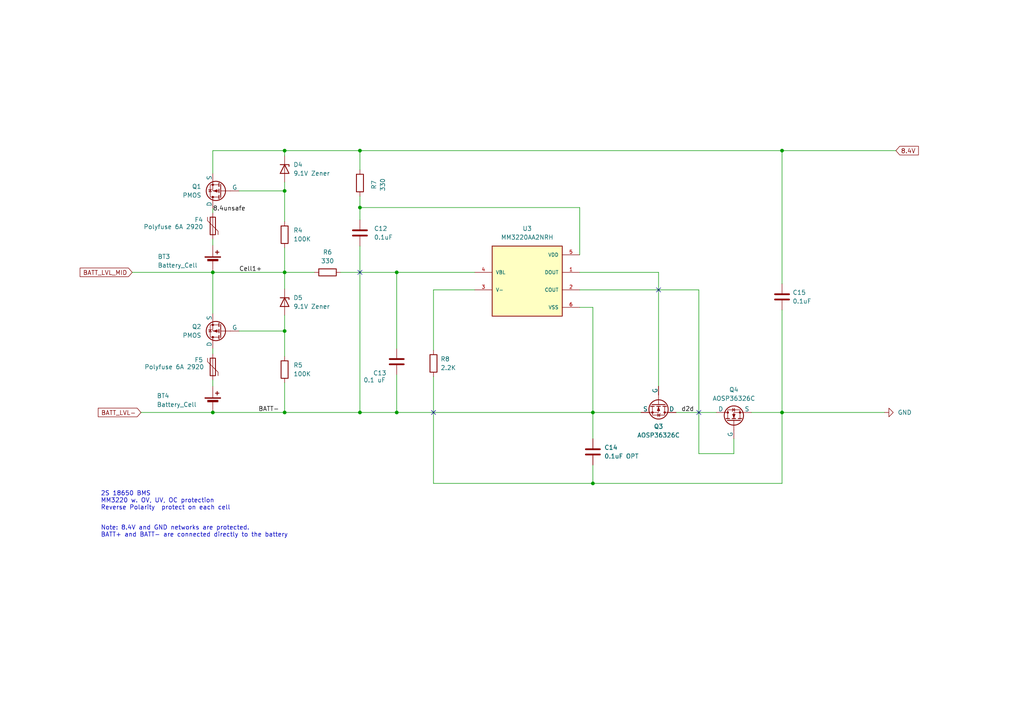
<source format=kicad_sch>
(kicad_sch (version 20250114) (generator "eeschema") (generator_version "9.0")
  (paper "A4")
  (title_block (title "OpenActionCam") (date "2025-04-10") (rev "0.2") (company "KBader94") (comment 1 "https://github.com/kbader94/OpenActionCam"))
  (lib_symbols
    (symbol "Device:Battery_Cell" (pin_numbers (hide yes)) (pin_names (offset 0) (hide yes))
      (property "Reference" "BT" (at 2.54 2.54 0))
      (property "Value" "Battery_Cell" (at 2.54 0 0))
      (symbol "Battery_Cell_0_1"
        (rectangle (start -2.286 1.778) (end 2.286 1.524) (fill (type outline)))
        (rectangle (start -1.524 1.016) (end 1.524 0.508) (fill (type outline)))
        (polyline (pts (xy 0 1.778) (xy 0 2.54)))
        (polyline (pts (xy 0 0.762) (xy 0 0)))
        (polyline (pts (xy 0.762 3.048) (xy 1.778 3.048)) (stroke (width 0.254)))
        (polyline (pts (xy 1.27 3.556) (xy 1.27 2.54)) (stroke (width 0.254)))
      )
      (symbol "Battery_Cell_1_1"
        (pin passive line (at 0 5.08 270) (length 2.54) (name "+") (number "1"))
        (pin passive line (at 0 -2.54 90) (length 2.54) (name "-") (number "2"))
      )
    )
    (symbol "Device:C" (pin_numbers (hide yes)) (pin_names (offset 0.254))
      (property "Reference" "C" (at 0.635 2.54 0))
      (property "Value" "C" (at 0.635 -2.54 0))
      (symbol "C_0_1"
        (polyline (pts (xy -2.032 0.762) (xy 2.032 0.762)) (stroke (width 0.508)))
        (polyline (pts (xy -2.032 -0.762) (xy 2.032 -0.762)) (stroke (width 0.508)))
      )
      (symbol "C_1_1"
        (pin passive line (at 0 3.81 270) (length 2.794) (name "~") (number "1"))
        (pin passive line (at 0 -3.81 90) (length 2.794) (name "~") (number "2"))
      )
    )
    (symbol "Device:D_Zener" (pin_numbers (hide yes)) (pin_names (offset 1.016) (hide yes))
      (property "Reference" "D" (at 0 2.54 0))
      (property "Value" "D_Zener" (at 0 -2.54 0))
      (symbol "D_Zener_0_1"
        (polyline (pts (xy -1.27 -1.27) (xy -1.27 1.27) (xy -0.762 1.27)) (stroke (width 0.254)))
        (polyline (pts (xy 1.27 0) (xy -1.27 0)))
        (polyline (pts (xy 1.27 -1.27) (xy 1.27 1.27) (xy -1.27 0) (xy 1.27 -1.27)) (stroke (width 0.254)))
      )
      (symbol "D_Zener_1_1"
        (pin passive line (at -3.81 0 0) (length 2.54) (name "K") (number "1"))
        (pin passive line (at 3.81 0 180) (length 2.54) (name "A") (number "2"))
      )
    )
    (symbol "Device:Polyfuse" (pin_numbers (hide yes)) (pin_names (offset 0))
      (property "Reference" "F" (at -2.54 0 90))
      (property "Value" "Polyfuse" (at 2.54 0 90))
      (symbol "Polyfuse_0_1"
        (polyline (pts (xy -1.524 2.54) (xy -1.524 1.524) (xy 1.524 -1.524) (xy 1.524 -2.54)))
        (rectangle (start -0.762 2.54) (end 0.762 -2.54) (stroke (width 0.254)))
        (polyline (pts (xy 0 2.54) (xy 0 -2.54)))
      )
      (symbol "Polyfuse_1_1"
        (pin passive line (at 0 3.81 270) (length 1.27) (name "~") (number "1"))
        (pin passive line (at 0 -3.81 90) (length 1.27) (name "~") (number "2"))
      )
    )
    (symbol "Device:R" (pin_numbers (hide yes)) (pin_names (offset 0))
      (property "Reference" "R" (at 2.032 0 90))
      (property "Value" "R" (at 0 0 90))
      (symbol "R_0_1"
        (rectangle (start -1.016 -2.54) (end 1.016 2.54) (stroke (width 0.254)))
      )
      (symbol "R_1_1"
        (pin passive line (at 0 3.81 270) (length 1.27) (name "~") (number "1"))
        (pin passive line (at 0 -3.81 90) (length 1.27) (name "~") (number "2"))
      )
    )
    (symbol "MM3220AA2NRH:MM3220AA2NRH" (pin_names (offset 1.016))
      (property "Reference" "U" (at -10.16 10.922 0))
      (property "Value" "MM3220AA2NRH" (at -10.16 -12.7 0))
      (symbol "MM3220AA2NRH_0_0"
        (rectangle (start -10.16 -10.16) (end 10.16 10.16) (stroke (width 0.254)) (fill (type background)))
        (pin input line (at -15.24 2.54 0) (length 5.08) (name "VBL") (number "4"))
        (pin input line (at -15.24 -2.54 0) (length 5.08) (name "V-") (number "3"))
        (pin power_in line (at 15.24 7.62 180) (length 5.08) (name "VDD") (number "5"))
        (pin output line (at 15.24 2.54 180) (length 5.08) (name "DOUT") (number "1"))
        (pin output line (at 15.24 -2.54 180) (length 5.08) (name "COUT") (number "2"))
        (pin power_in line (at 15.24 -7.62 180) (length 5.08) (name "VSS") (number "6"))
      )
    )
    (symbol "Simulation_SPICE:NMOS" (pin_numbers (hide yes)) (pin_names (offset 0))
      (property "Reference" "Q" (at 5.08 1.27 0))
      (property "Value" "NMOS" (at 5.08 -1.27 0))
      (symbol "NMOS_0_1"
        (polyline (pts (xy 0.254 1.905) (xy 0.254 -1.905)) (stroke (width 0.254)))
        (polyline (pts (xy 0.254 0) (xy -2.54 0)))
        (polyline (pts (xy 0.762 2.286) (xy 0.762 1.27)) (stroke (width 0.254)))
        (polyline (pts (xy 0.762 0.508) (xy 0.762 -0.508)) (stroke (width 0.254)))
        (polyline (pts (xy 0.762 -1.27) (xy 0.762 -2.286)) (stroke (width 0.254)))
        (polyline (pts (xy 0.762 -1.778) (xy 3.302 -1.778) (xy 3.302 1.778) (xy 0.762 1.778)))
        (polyline (pts (xy 1.016 0) (xy 2.032 0.381) (xy 2.032 -0.381) (xy 1.016 0)) (fill (type outline)))
        (circle (center 1.651 0) (radius 2.794) (stroke (width 0.254)))
        (polyline (pts (xy 2.54 2.54) (xy 2.54 1.778)))
        (circle (center 2.54 1.778) (radius 0.254) (fill (type outline)))
        (circle (center 2.54 -1.778) (radius 0.254) (fill (type outline)))
        (polyline (pts (xy 2.54 -2.54) (xy 2.54 0) (xy 0.762 0)))
        (polyline (pts (xy 2.794 0.508) (xy 2.921 0.381) (xy 3.683 0.381) (xy 3.81 0.254)))
        (polyline (pts (xy 3.302 0.381) (xy 2.921 -0.254) (xy 3.683 -0.254) (xy 3.302 0.381)))
      )
      (symbol "NMOS_1_1"
        (pin input line (at -5.08 0 0) (length 2.54) (name "G") (number "2"))
        (pin passive line (at 2.54 5.08 270) (length 2.54) (name "D") (number "1"))
        (pin passive line (at 2.54 -5.08 90) (length 2.54) (name "S") (number "3"))
      )
    )
    (symbol "Simulation_SPICE:PMOS" (pin_numbers (hide yes)) (pin_names (offset 0))
      (property "Reference" "Q" (at 5.08 1.27 0))
      (property "Value" "PMOS" (at 5.08 -1.27 0))
      (symbol "PMOS_0_1"
        (polyline (pts (xy 0.254 1.905) (xy 0.254 -1.905)) (stroke (width 0.254)))
        (polyline (pts (xy 0.254 0) (xy -2.54 0)))
        (polyline (pts (xy 0.762 2.286) (xy 0.762 1.27)) (stroke (width 0.254)))
        (polyline (pts (xy 0.762 1.778) (xy 3.302 1.778) (xy 3.302 -1.778) (xy 0.762 -1.778)))
        (polyline (pts (xy 0.762 0.508) (xy 0.762 -0.508)) (stroke (width 0.254)))
        (polyline (pts (xy 0.762 -1.27) (xy 0.762 -2.286)) (stroke (width 0.254)))
        (circle (center 1.651 0) (radius 2.794) (stroke (width 0.254)))
        (polyline (pts (xy 2.286 0) (xy 1.27 0.381) (xy 1.27 -0.381) (xy 2.286 0)) (fill (type outline)))
        (polyline (pts (xy 2.54 2.54) (xy 2.54 1.778)))
        (circle (center 2.54 1.778) (radius 0.254) (fill (type outline)))
        (circle (center 2.54 -1.778) (radius 0.254) (fill (type outline)))
        (polyline (pts (xy 2.54 -2.54) (xy 2.54 0) (xy 0.762 0)))
        (polyline (pts (xy 2.794 -0.508) (xy 2.921 -0.381) (xy 3.683 -0.381) (xy 3.81 -0.254)))
        (polyline (pts (xy 3.302 -0.381) (xy 2.921 0.254) (xy 3.683 0.254) (xy 3.302 -0.381)))
      )
      (symbol "PMOS_1_1"
        (pin input line (at -5.08 0 0) (length 2.54) (name "G") (number "2"))
        (pin passive line (at 2.54 5.08 270) (length 2.54) (name "D") (number "1"))
        (pin passive line (at 2.54 -5.08 90) (length 2.54) (name "S") (number "3"))
      )
    )
    (symbol "power:GND" (power) (pin_names (offset 0))
      (property "Value" "GND" (at 0 -3.81 0))
      (symbol "GND_0_1"
        (polyline (pts (xy 0 0) (xy 0 -1.27) (xy 1.27 -1.27) (xy 0 -2.54) (xy -1.27 -1.27) (xy 0 -1.27)))
      )
      (symbol "GND_1_1"
        (pin power_in line (at 0 0 270) (length 0) (hide yes) (name "GND") (number "1"))
      )
    )
  )
  (text "2S 18650 BMS\nMM3220 w. OV, UV, OC protection\nReverse Polarity  protect on each cell\n\n" (at 29.21 150.114 0) (effects (font (size 1.27 1.27)) (justify left bottom)))
  (text "Note: 8.4V and GND networks are protected.\nBATT+ and BATT- are connected directly to the battery" (at 29.21 155.956 0) (effects (font (size 1.27 1.27)) (justify left bottom)))
  (junction (at 82.55 55.372))
  (junction (at 226.822 119.634))
  (junction (at 115.062 119.634))
  (junction (at 171.958 119.634))
  (junction (at 82.55 43.688))
  (junction (at 61.722 119.634))
  (junction (at 82.55 96.012))
  (junction (at 82.55 119.634))
  (junction (at 171.958 140.208))
  (junction (at 115.062 78.994))
  (junction (at 82.55 78.994))
  (junction (at 104.394 60.198))
  (junction (at 226.822 43.688))
  (junction (at 104.394 119.634))
  (junction (at 104.394 43.688))
  (junction (at 61.722 78.994))
  (no_connect (at 104.394 78.994))
  (no_connect (at 191.008 84.074))
  (no_connect (at 202.692 119.634))
  (no_connect (at 125.73 119.634))
  (wire (pts (xy 202.692 131.572) (xy 202.692 84.074)))
  (wire (pts (xy 171.958 89.154) (xy 171.958 119.634)))
  (wire (pts (xy 82.55 91.44) (xy 82.55 96.012)))
  (wire (pts (xy 226.822 119.634) (xy 226.822 140.208)))
  (wire (pts (xy 82.55 119.634) (xy 104.394 119.634)))
  (wire (pts (xy 61.722 78.994) (xy 82.55 78.994)))
  (wire (pts (xy 125.73 84.074) (xy 125.73 101.6)))
  (wire (pts (xy 196.088 119.634) (xy 207.772 119.634)))
  (wire (pts (xy 171.958 127.254) (xy 171.958 119.634)))
  (wire (pts (xy 104.394 43.688) (xy 226.822 43.688)))
  (wire (pts (xy 69.342 55.372) (xy 82.55 55.372)))
  (wire (pts (xy 125.73 109.22) (xy 125.73 140.208)))
  (wire (pts (xy 115.062 78.994) (xy 98.806 78.994)))
  (wire (pts (xy 125.73 140.208) (xy 171.958 140.208)))
  (wire (pts (xy 171.958 134.874) (xy 171.958 140.208)))
  (wire (pts (xy 61.722 43.688) (xy 82.55 43.688)))
  (wire (pts (xy 104.394 49.276) (xy 104.394 43.688)))
  (wire (pts (xy 82.55 52.832) (xy 82.55 55.372)))
  (wire (pts (xy 168.148 84.074) (xy 202.692 84.074)))
  (wire (pts (xy 82.55 43.688) (xy 104.394 43.688)))
  (wire (pts (xy 168.148 78.994) (xy 191.008 78.994)))
  (wire (pts (xy 82.55 78.994) (xy 91.186 78.994)))
  (wire (pts (xy 226.822 43.688) (xy 259.842 43.688)))
  (wire (pts (xy 69.342 96.012) (xy 82.55 96.012)))
  (wire (pts (xy 212.852 127.254) (xy 212.852 131.572)))
  (wire (pts (xy 61.722 110.236) (xy 61.722 112.014)))
  (wire (pts (xy 104.394 60.198) (xy 168.148 60.198)))
  (wire (pts (xy 104.394 56.896) (xy 104.394 60.198)))
  (wire (pts (xy 82.55 110.998) (xy 82.55 119.634)))
  (wire (pts (xy 104.394 63.754) (xy 104.394 60.198)))
  (wire (pts (xy 226.822 43.688) (xy 226.822 82.296)))
  (wire (pts (xy 61.722 78.74) (xy 61.722 78.994)))
  (wire (pts (xy 104.394 71.374) (xy 104.394 119.634)))
  (wire (pts (xy 61.722 119.634) (xy 40.894 119.634)))
  (wire (pts (xy 61.722 78.994) (xy 61.722 90.932)))
  (wire (pts (xy 61.722 119.634) (xy 82.55 119.634)))
  (wire (pts (xy 226.822 119.634) (xy 256.54 119.634)))
  (wire (pts (xy 115.062 119.634) (xy 171.958 119.634)))
  (wire (pts (xy 168.148 89.154) (xy 171.958 89.154)))
  (wire (pts (xy 82.55 71.882) (xy 82.55 78.994)))
  (wire (pts (xy 82.55 43.688) (xy 82.55 45.212)))
  (wire (pts (xy 171.958 119.634) (xy 185.928 119.634)))
  (wire (pts (xy 104.394 119.634) (xy 115.062 119.634)))
  (wire (pts (xy 115.062 78.994) (xy 115.062 101.092)))
  (wire (pts (xy 61.722 69.342) (xy 61.722 71.12)))
  (wire (pts (xy 168.148 73.914) (xy 168.148 60.198)))
  (wire (pts (xy 137.668 84.074) (xy 125.73 84.074)))
  (wire (pts (xy 115.062 108.712) (xy 115.062 119.634)))
  (wire (pts (xy 61.722 60.452) (xy 61.722 61.722)))
  (wire (pts (xy 226.822 89.916) (xy 226.822 119.634)))
  (wire (pts (xy 61.722 101.092) (xy 61.722 102.616)))
  (wire (pts (xy 191.008 78.994) (xy 191.008 112.014)))
  (wire (pts (xy 212.852 131.572) (xy 202.692 131.572)))
  (wire (pts (xy 38.354 78.994) (xy 61.722 78.994)))
  (wire (pts (xy 217.932 119.634) (xy 226.822 119.634)))
  (wire (pts (xy 61.722 50.292) (xy 61.722 43.688)))
  (wire (pts (xy 171.958 140.208) (xy 226.822 140.208)))
  (wire (pts (xy 82.55 96.012) (xy 82.55 103.378)))
  (wire (pts (xy 115.062 78.994) (xy 137.668 78.994)))
  (wire (pts (xy 82.55 55.372) (xy 82.55 64.262)))
  (wire (pts (xy 82.55 78.994) (xy 82.55 83.82)))
  (label "8.4unsafe" (at 61.722 61.468 0))
  (label "Cell1+" (at 69.342 78.994 0))
  (label "BATT-" (at 74.93 119.634 0))
  (label "d2d" (at 197.612 119.634 0))
  (global_label "8.4V" (shape input) (at 259.842 43.688 0) (property "Intersheetrefs" "${INTERSHEET_REFS}" (effects (hide yes))))
  (global_label "BATT_LVL-" (shape input) (at 40.894 119.634 180) (property "Intersheetrefs" "${INTERSHEET_REFS}" (effects (hide yes))))
  (global_label "BATT_LVL_MID" (shape input) (at 38.354 78.994 180) (property "Intersheetrefs" "${INTERSHEET_REFS}" (effects (hide yes))))
  (symbol (lib_id "Device:C") (at 115.062 104.902 0) (unit 1)
    (property "Reference" "C13" (at 108.204 108.204 0) (effects (justify left)))
    (property "Value" "0.1 uF" (at 105.41 110.236 0) (effects (justify left)))
    (property "Footprint" "Capacitor_SMD:C_0603_1608Metric_Pad1.08x0.95mm_HandSolder" (effects (hide yes)))
  )
  (symbol (lib_id "Device:R") (at 94.996 78.994 90) (unit 1)
    (property "Reference" "R6" (at 94.996 73.152 90))
    (property "Value" "330" (at 94.996 75.692 90))
    (property "Footprint" "Resistor_SMD:R_0603_1608Metric" (effects (hide yes)))
  )
  (symbol (lib_id "Device:Polyfuse") (at 61.722 65.532 0) (unit 1)
    (property "Reference" "F4" (at 57.658 63.754 0))
    (property "Value" "Polyfuse 6A 2920" (at 50.292 65.786 0))
    (property "Footprint" "Fuse:Fuse_2920_7451Metric_Pad2.10x5.45mm_HandSolder" (effects (hide yes)))
  )
  (symbol (lib_id "Device:Battery_Cell") (at 61.722 76.2 0) (unit 1)
    (property "Reference" "BT3" (at 45.72 74.422 0) (effects (justify left)))
    (property "Value" "Battery_Cell" (at 45.72 76.962 0) (effects (justify left)))
    (property "Footprint" "Battery Holder - 18650:BAT_254" (effects (hide yes)))
  )
  (symbol (lib_id "Device:R") (at 82.55 107.188 0) (unit 1)
    (property "Reference" "R5" (at 85.09 105.918 0) (effects (justify left)))
    (property "Value" "100K" (at 85.09 108.458 0) (effects (justify left)))
    (property "Footprint" "Resistor_SMD:R_0603_1608Metric" (effects (hide yes)))
  )
  (symbol (lib_id "Simulation_SPICE:PMOS") (at 64.262 96.012 180) (unit 1)
    (property "Reference" "Q2" (at 58.42 94.742 0) (effects (justify left)))
    (property "Value" "PMOS" (at 58.42 97.282 0) (effects (justify left)))
    (property "Footprint" "FET - SI4435FDY:SO-8_VIS" (effects (hide yes)))
    (property "Datasheet" "https://ngspice.sourceforge.io/docs/ngspice-manual.pdf" (effects (hide yes)))
    (property "Sim.Device" "PMOS" (effects (hide yes)))
    (property "Sim.Type" "VDMOS" (effects (hide yes)))
    (property "Sim.Pins" "1=D 2=G 3=S" (effects (hide yes)))
  )
  (symbol (lib_id "Device:Polyfuse") (at 61.722 106.426 0) (unit 1)
    (property "Reference" "F5" (at 57.658 104.394 0))
    (property "Value" "Polyfuse 6A 2920" (at 50.546 106.426 0))
    (property "Footprint" "Fuse:Fuse_2920_7451Metric_Pad2.10x5.45mm_HandSolder" (effects (hide yes)))
  )
  (symbol (lib_id "Device:Battery_Cell") (at 61.722 117.094 0) (unit 1)
    (property "Reference" "BT4" (at 45.466 114.808 0) (effects (justify left)))
    (property "Value" "Battery_Cell" (at 45.466 117.348 0) (effects (justify left)))
    (property "Footprint" "Battery Holder - 18650:BAT_254" (effects (hide yes)))
  )
  (symbol (lib_id "Simulation_SPICE:PMOS") (at 64.262 55.372 180) (unit 1)
    (property "Reference" "Q1" (at 58.42 54.102 0) (effects (justify left)))
    (property "Value" "PMOS" (at 58.42 56.642 0) (effects (justify left)))
    (property "Footprint" "FET - SI4435FDY:SO-8_VIS" (effects (hide yes)))
    (property "Datasheet" "https://ngspice.sourceforge.io/docs/ngspice-manual.pdf" (effects (hide yes)))
    (property "Sim.Device" "PMOS" (effects (hide yes)))
    (property "Sim.Type" "VDMOS" (effects (hide yes)))
    (property "Sim.Pins" "1=D 2=G 3=S" (effects (hide yes)))
  )
  (symbol (lib_id "Device:R") (at 82.55 68.072 0) (unit 1)
    (property "Reference" "R4" (at 85.09 66.802 0) (effects (justify left)))
    (property "Value" "100K" (at 85.09 69.342 0) (effects (justify left)))
    (property "Footprint" "Resistor_SMD:R_0603_1608Metric" (effects (hide yes)))
  )
  (symbol (lib_id "Device:D_Zener") (at 82.55 49.022 270) (unit 1)
    (property "Reference" "D4" (at 85.09 47.752 90) (effects (justify left)))
    (property "Value" "9.1V Zener" (at 85.09 50.292 90) (effects (justify left)))
    (property "Footprint" "Diode_SMD:D_MiniMELF_Handsoldering" (effects (hide yes)))
  )
  (symbol (lib_id "Device:C") (at 226.822 86.106 0) (unit 1)
    (property "Reference" "C15" (at 229.87 84.836 0) (effects (justify left)))
    (property "Value" "0.1uF" (at 229.87 87.376 0) (effects (justify left)))
    (property "Footprint" "Capacitor_SMD:C_0603_1608Metric_Pad1.08x0.95mm_HandSolder" (effects (hide yes)))
  )
  (symbol (lib_id "Simulation_SPICE:NMOS") (at 212.852 122.174 90) (unit 1)
    (property "Reference" "Q4" (at 212.852 113.03 90))
    (property "Value" "AOSP36326C" (at 212.852 115.57 90))
    (property "Footprint" "FET - AOSP36326C:SOIC127P490X600X175-8N" (effects (hide yes)))
    (property "Datasheet" "https://ngspice.sourceforge.io/docs/ngspice-manual.pdf" (effects (hide yes)))
    (property "Sim.Device" "NMOS" (effects (hide yes)))
    (property "Sim.Type" "VDMOS" (effects (hide yes)))
    (property "Sim.Pins" "1=D 2=G 3=S" (effects (hide yes)))
  )
  (symbol (lib_id "power:GND") (at 256.54 119.634 90) (unit 1)
    (property "Reference" "#PWR0105" (effects (hide yes)))
    (property "Value" "GND" (at 260.35 119.634 90) (effects (justify right)))
  )
  (symbol (lib_id "Device:C") (at 171.958 131.064 180) (unit 1)
    (property "Reference" "C14" (at 175.26 129.794 0) (effects (justify right)))
    (property "Value" "0.1uF OPT" (at 175.26 132.334 0) (effects (justify right)))
    (property "Footprint" "Capacitor_SMD:C_0603_1608Metric_Pad1.08x0.95mm_HandSolder" (effects (hide yes)))
  )
  (symbol (lib_id "MM3220AA2NRH:MM3220AA2NRH") (at 152.908 81.534 0) (unit 1)
    (property "Reference" "U3" (at 152.908 66.294 0))
    (property "Value" "MM3220AA2NRH" (at 152.908 68.834 0))
    (property "Footprint" "MM3220AA2NRH:IC_MM3220AA2NRH" (effects (hide yes)))
    (property "Description" "\n                        \n                            Battery Battery Protection IC Lithium Ion/Polymer SOT-26A\n                        \n" (effects (hide yes)))
    (property "MF" "Mitsumi Electric Company Ltd" (effects (hide yes)))
    (property "MAXIMUM_PACKAGE_HEIGHT" "1.4 mm" (effects (hide yes)))
    (property "Package" "None" (effects (hide yes)))
    (property "Price" "None" (effects (hide yes)))
    (property "Check_prices" "https://www.snapeda.com/parts/MM3220AA2NRH/Mitsumi/view-part/?ref=eda" (effects (hide yes)))
    (property "STANDARD" "Manufacturer Recommendations" (effects (hide yes)))
    (property "PARTREV" "0" (effects (hide yes)))
    (property "SnapEDA_Link" "https://www.snapeda.com/parts/MM3220AA2NRH/Mitsumi/view-part/?ref=snap" (effects (hide yes)))
    (property "MP" "MM3220AA2NRH" (effects (hide yes)))
    (property "MANUFACTURER" "Mitsumi" (effects (hide yes)))
    (property "Availability" "In Stock" (effects (hide yes)))
    (property "SNAPEDA_PN" "MM3220AA2NRH" (effects (hide yes)))
  )
  (symbol (lib_id "Device:C") (at 104.394 67.564 180) (unit 1)
    (property "Reference" "C12" (at 108.458 66.294 0) (effects (justify right)))
    (property "Value" "0.1uF" (at 108.458 68.834 0) (effects (justify right)))
    (property "Footprint" "Capacitor_SMD:C_0603_1608Metric_Pad1.08x0.95mm_HandSolder" (effects (hide yes)))
  )
  (symbol (lib_id "Device:D_Zener") (at 82.55 87.63 270) (unit 1)
    (property "Reference" "D5" (at 85.09 86.36 90) (effects (justify left)))
    (property "Value" "9.1V Zener" (at 85.09 88.9 90) (effects (justify left)))
    (property "Footprint" "Diode_SMD:D_MiniMELF_Handsoldering" (effects (hide yes)))
  )
  (symbol (lib_id "Device:R") (at 104.394 53.086 180) (unit 1)
    (property "Reference" "R7" (at 108.458 53.594 90))
    (property "Value" "330" (at 110.998 53.594 90))
    (property "Footprint" "Resistor_SMD:R_0603_1608Metric" (effects (hide yes)))
  )
  (symbol (lib_id "Simulation_SPICE:NMOS") (at 191.008 117.094 270) (unit 1)
    (property "Reference" "Q3" (at 191.008 123.698 90))
    (property "Value" "AOSP36326C" (at 191.008 126.238 90))
    (property "Footprint" "FET - AOSP36326C:SOIC127P490X600X175-8N" (effects (hide yes)))
    (property "Datasheet" "https://ngspice.sourceforge.io/docs/ngspice-manual.pdf" (effects (hide yes)))
    (property "Sim.Device" "NMOS" (effects (hide yes)))
    (property "Sim.Type" "VDMOS" (effects (hide yes)))
    (property "Sim.Pins" "1=D 2=G 3=S" (effects (hide yes)))
  )
  (symbol (lib_id "Device:R") (at 125.73 105.41 0) (unit 1)
    (property "Reference" "R8" (at 127.762 104.14 0) (effects (justify left)))
    (property "Value" "2.2K" (at 127.762 106.68 0) (effects (justify left)))
    (property "Footprint" "Resistor_SMD:R_0603_1608Metric" (effects (hide yes)))
  )
)
</source>
